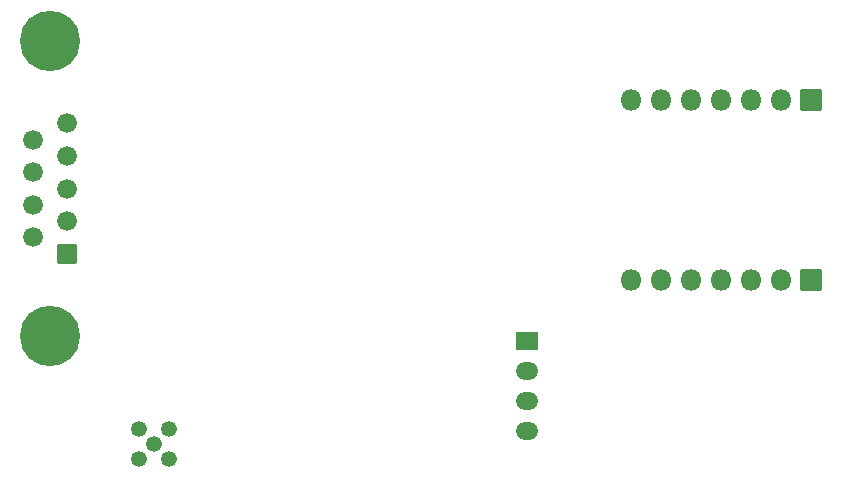
<source format=gbr>
%TF.GenerationSoftware,KiCad,Pcbnew,(6.0.4-0)*%
%TF.CreationDate,2022-06-27T11:15:04-06:00*%
%TF.ProjectId,DAC_pockel,4441435f-706f-4636-9b65-6c2e6b696361,rev?*%
%TF.SameCoordinates,Original*%
%TF.FileFunction,Soldermask,Bot*%
%TF.FilePolarity,Negative*%
%FSLAX46Y46*%
G04 Gerber Fmt 4.6, Leading zero omitted, Abs format (unit mm)*
G04 Created by KiCad (PCBNEW (6.0.4-0)) date 2022-06-27 11:15:04*
%MOMM*%
%LPD*%
G01*
G04 APERTURE LIST*
G04 Aperture macros list*
%AMRoundRect*
0 Rectangle with rounded corners*
0 $1 Rounding radius*
0 $2 $3 $4 $5 $6 $7 $8 $9 X,Y pos of 4 corners*
0 Add a 4 corners polygon primitive as box body*
4,1,4,$2,$3,$4,$5,$6,$7,$8,$9,$2,$3,0*
0 Add four circle primitives for the rounded corners*
1,1,$1+$1,$2,$3*
1,1,$1+$1,$4,$5*
1,1,$1+$1,$6,$7*
1,1,$1+$1,$8,$9*
0 Add four rect primitives between the rounded corners*
20,1,$1+$1,$2,$3,$4,$5,0*
20,1,$1+$1,$4,$5,$6,$7,0*
20,1,$1+$1,$6,$7,$8,$9,0*
20,1,$1+$1,$8,$9,$2,$3,0*%
G04 Aperture macros list end*
%ADD10C,5.102000*%
%ADD11C,1.677000*%
%ADD12RoundRect,0.051000X-0.787500X0.787500X-0.787500X-0.787500X0.787500X-0.787500X0.787500X0.787500X0*%
%ADD13O,1.802000X1.802000*%
%ADD14RoundRect,0.051000X-0.850000X0.850000X-0.850000X-0.850000X0.850000X-0.850000X0.850000X0.850000X0*%
%ADD15RoundRect,0.051000X-0.900000X0.700000X-0.900000X-0.700000X0.900000X-0.700000X0.900000X0.700000X0*%
%ADD16O,1.902000X1.502000*%
%ADD17C,1.342000*%
G04 APERTURE END LIST*
D10*
%TO.C,J1*%
X97600000Y-81000000D03*
D11*
X96180000Y-64360000D03*
X96180000Y-67120000D03*
X96180000Y-69880000D03*
X96180000Y-72640000D03*
X99020000Y-62980000D03*
X99020000Y-65740000D03*
X99020000Y-71260000D03*
D12*
X99020000Y-74020000D03*
D10*
X97600000Y-56000000D03*
D11*
X99020000Y-68500000D03*
%TD*%
D13*
%TO.C,J3*%
X146760000Y-76220000D03*
X149300000Y-76220000D03*
X151840000Y-76220000D03*
X154380000Y-76220000D03*
X156920000Y-76220000D03*
X159460000Y-76220000D03*
D14*
X162000000Y-76220000D03*
%TD*%
D13*
%TO.C,J2*%
X146760000Y-60980000D03*
X149300000Y-60980000D03*
X151840000Y-60980000D03*
X154380000Y-60980000D03*
X156920000Y-60980000D03*
X159460000Y-60980000D03*
D14*
X162000000Y-60980000D03*
%TD*%
D15*
%TO.C,PS1*%
X138000000Y-81400000D03*
D16*
X138000000Y-83940000D03*
X138000000Y-86480000D03*
X138000000Y-89020000D03*
%TD*%
D17*
%TO.C,J7*%
X107670000Y-91370000D03*
X105130000Y-88830000D03*
X107670000Y-88830000D03*
X105130000Y-91370000D03*
X106400000Y-90100000D03*
%TD*%
M02*

</source>
